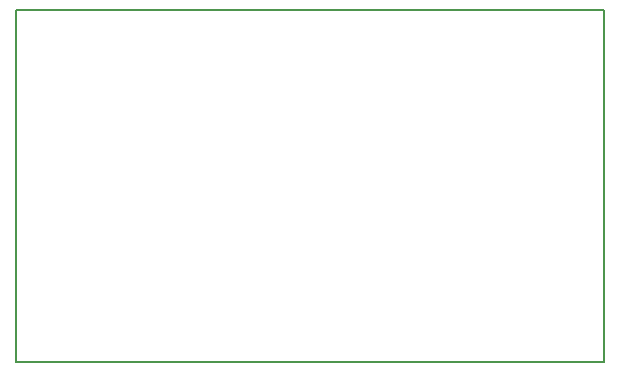
<source format=gm1>
G04 MADE WITH FRITZING*
G04 WWW.FRITZING.ORG*
G04 DOUBLE SIDED*
G04 HOLES PLATED*
G04 CONTOUR ON CENTER OF CONTOUR VECTOR*
%ASAXBY*%
%FSLAX23Y23*%
%MOIN*%
%OFA0B0*%
%SFA1.0B1.0*%
%ADD10R,1.968500X1.181100*%
%ADD11C,0.008000*%
%ADD10C,0.008*%
%LNCONTOUR*%
G90*
G70*
G54D10*
G54D11*
X4Y1177D02*
X1965Y1177D01*
X1965Y4D01*
X4Y4D01*
X4Y1177D01*
D02*
G04 End of contour*
M02*
</source>
